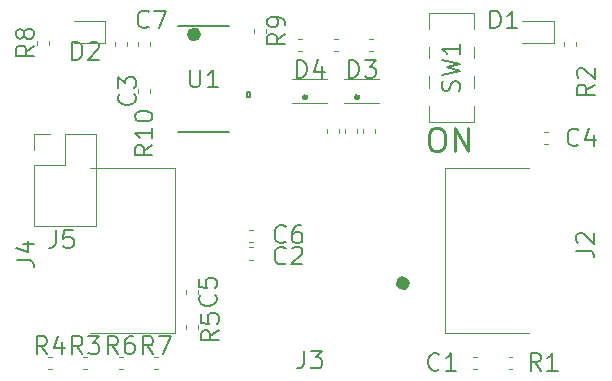
<source format=gbr>
%TF.GenerationSoftware,KiCad,Pcbnew,5.1.7-a382d34a8~88~ubuntu20.04.1*%
%TF.CreationDate,2020-12-12T08:47:46-08:00*%
%TF.ProjectId,syzygy-serdes-breakout,73797a79-6779-42d7-9365-726465732d62,rev?*%
%TF.SameCoordinates,Original*%
%TF.FileFunction,Legend,Top*%
%TF.FilePolarity,Positive*%
%FSLAX46Y46*%
G04 Gerber Fmt 4.6, Leading zero omitted, Abs format (unit mm)*
G04 Created by KiCad (PCBNEW 5.1.7-a382d34a8~88~ubuntu20.04.1) date 2020-12-12 08:47:46*
%MOMM*%
%LPD*%
G01*
G04 APERTURE LIST*
%ADD10C,0.600000*%
%ADD11C,0.250000*%
%ADD12C,0.120000*%
%ADD13C,0.300000*%
%ADD14C,0.152400*%
%ADD15C,1.000000*%
%ADD16C,0.200000*%
G04 APERTURE END LIST*
D10*
X90500000Y-95200000D02*
G75*
G03*
X90500000Y-95200000I-300000J0D01*
G01*
D11*
X110561904Y-103104761D02*
X110942857Y-103104761D01*
X111133333Y-103200000D01*
X111323809Y-103390476D01*
X111419047Y-103771428D01*
X111419047Y-104438095D01*
X111323809Y-104819047D01*
X111133333Y-105009523D01*
X110942857Y-105104761D01*
X110561904Y-105104761D01*
X110371428Y-105009523D01*
X110180952Y-104819047D01*
X110085714Y-104438095D01*
X110085714Y-103771428D01*
X110180952Y-103390476D01*
X110371428Y-103200000D01*
X110561904Y-103104761D01*
X112276190Y-105104761D02*
X112276190Y-103104761D01*
X113419047Y-105104761D01*
X113419047Y-103104761D01*
D12*
%TO.C,R16*%
X105362779Y-96610000D02*
X105037221Y-96610000D01*
X105362779Y-95590000D02*
X105037221Y-95590000D01*
%TO.C,R15*%
X102362779Y-96610000D02*
X102037221Y-96610000D01*
X102362779Y-95590000D02*
X102037221Y-95590000D01*
%TO.C,R14*%
X99362779Y-96610000D02*
X99037221Y-96610000D01*
X99362779Y-95590000D02*
X99037221Y-95590000D01*
%TO.C,R13*%
X105510000Y-103237221D02*
X105510000Y-103562779D01*
X104490000Y-103237221D02*
X104490000Y-103562779D01*
%TO.C,R12*%
X104010000Y-103237221D02*
X104010000Y-103562779D01*
X102990000Y-103237221D02*
X102990000Y-103562779D01*
%TO.C,R11*%
X102510000Y-103237221D02*
X102510000Y-103562779D01*
X101490000Y-103237221D02*
X101490000Y-103562779D01*
%TO.C,D4*%
X100000000Y-101000000D02*
X101500000Y-101000000D01*
X100000000Y-101000000D02*
X98500000Y-101000000D01*
X101500000Y-99000000D02*
X98500000Y-99000000D01*
D13*
X99741421Y-100500000D02*
G75*
G03*
X99741421Y-100500000I-141421J0D01*
G01*
D12*
%TO.C,D3*%
X104400000Y-101000000D02*
X105900000Y-101000000D01*
X104400000Y-101000000D02*
X102900000Y-101000000D01*
X105900000Y-99000000D02*
X102900000Y-99000000D01*
D13*
X104141421Y-100500000D02*
G75*
G03*
X104141421Y-100500000I-141421J0D01*
G01*
D12*
%TO.C,R10*%
X85490000Y-99837221D02*
X85490000Y-100162779D01*
X86510000Y-99837221D02*
X86510000Y-100162779D01*
%TO.C,D2*%
X80000000Y-95960000D02*
X82685000Y-95960000D01*
X82685000Y-95960000D02*
X82685000Y-94040000D01*
X82685000Y-94040000D02*
X80000000Y-94040000D01*
%TO.C,C7*%
X85490000Y-95837221D02*
X85490000Y-96162779D01*
X86510000Y-95837221D02*
X86510000Y-96162779D01*
D14*
%TO.C,U1*%
X88879100Y-103495800D02*
X93120900Y-103495800D01*
X93120900Y-94504200D02*
X88879100Y-94504200D01*
X94962400Y-100079500D02*
X94962400Y-100460500D01*
X94962400Y-100460500D02*
X94708400Y-100460500D01*
X94708400Y-100460500D02*
X94708400Y-100079500D01*
X94708400Y-100079500D02*
X94962400Y-100079500D01*
D12*
%TO.C,R9*%
X95290000Y-94737221D02*
X95290000Y-95062779D01*
X96310000Y-94737221D02*
X96310000Y-95062779D01*
%TO.C,R8*%
X77910000Y-96062779D02*
X77910000Y-95737221D01*
X76890000Y-96062779D02*
X76890000Y-95737221D01*
%TO.C,J5*%
X76670000Y-103670000D02*
X78000000Y-103670000D01*
X76670000Y-105000000D02*
X76670000Y-103670000D01*
X79270000Y-103670000D02*
X81870000Y-103670000D01*
X79270000Y-106270000D02*
X79270000Y-103670000D01*
X76670000Y-106270000D02*
X79270000Y-106270000D01*
X81870000Y-103670000D02*
X81870000Y-111410000D01*
X76670000Y-106270000D02*
X76670000Y-111410000D01*
X76670000Y-111410000D02*
X81870000Y-111410000D01*
%TO.C,C6*%
X94837221Y-112760000D02*
X95162779Y-112760000D01*
X94837221Y-111740000D02*
X95162779Y-111740000D01*
%TO.C,SW1*%
X110090000Y-93390000D02*
X113910000Y-93390000D01*
X110090000Y-101260000D02*
X110090000Y-102610000D01*
X110090000Y-102610000D02*
X113910000Y-102610000D01*
X113910000Y-102610000D02*
X113910000Y-101260000D01*
X110090000Y-98760000D02*
X110090000Y-99740000D01*
X110090000Y-93390000D02*
X110090000Y-94740000D01*
X113910000Y-93390000D02*
X113910000Y-94740000D01*
X110090000Y-96260000D02*
X110090000Y-97240000D01*
X113910000Y-98760000D02*
X113910000Y-99740000D01*
X113910000Y-96260000D02*
X113910000Y-97240000D01*
%TO.C,R7*%
X86837221Y-122490000D02*
X87162779Y-122490000D01*
X86837221Y-123510000D02*
X87162779Y-123510000D01*
%TO.C,R6*%
X83837221Y-122490000D02*
X84162779Y-122490000D01*
X83837221Y-123510000D02*
X84162779Y-123510000D01*
%TO.C,R5*%
X89490000Y-120162779D02*
X89490000Y-119837221D01*
X90510000Y-120162779D02*
X90510000Y-119837221D01*
%TO.C,R4*%
X78162779Y-123510000D02*
X77837221Y-123510000D01*
X78162779Y-122490000D02*
X77837221Y-122490000D01*
%TO.C,R3*%
X81162779Y-123510000D02*
X80837221Y-123510000D01*
X81162779Y-122490000D02*
X80837221Y-122490000D01*
%TO.C,R2*%
X122510000Y-95837221D02*
X122510000Y-96162779D01*
X121490000Y-95837221D02*
X121490000Y-96162779D01*
%TO.C,R1*%
X117162779Y-123510000D02*
X116837221Y-123510000D01*
X117162779Y-122490000D02*
X116837221Y-122490000D01*
%TO.C,J4*%
X88560000Y-106540000D02*
X87850000Y-106540000D01*
X88560000Y-120460000D02*
X87850000Y-120460000D01*
X88560000Y-106540000D02*
X88560000Y-120460000D01*
X81400000Y-120460000D02*
X87850000Y-120460000D01*
X81400000Y-106540000D02*
X87850000Y-106540000D01*
D15*
%TO.C,J3*%
X107960000Y-116260000D02*
G75*
G03*
X107960000Y-116260000I-100000J0D01*
G01*
D12*
%TO.C,J2*%
X111440000Y-120460000D02*
X112150000Y-120460000D01*
X111440000Y-106540000D02*
X112150000Y-106540000D01*
X111440000Y-120460000D02*
X111440000Y-106540000D01*
X118600000Y-106540000D02*
X112150000Y-106540000D01*
X118600000Y-120460000D02*
X112150000Y-120460000D01*
%TO.C,D1*%
X120685000Y-94040000D02*
X118000000Y-94040000D01*
X120685000Y-95960000D02*
X120685000Y-94040000D01*
X118000000Y-95960000D02*
X120685000Y-95960000D01*
%TO.C,C5*%
X90510000Y-116837221D02*
X90510000Y-117162779D01*
X89490000Y-116837221D02*
X89490000Y-117162779D01*
%TO.C,C4*%
X119837221Y-103490000D02*
X120162779Y-103490000D01*
X119837221Y-104510000D02*
X120162779Y-104510000D01*
%TO.C,C3*%
X84510000Y-95837221D02*
X84510000Y-96162779D01*
X83490000Y-95837221D02*
X83490000Y-96162779D01*
%TO.C,C2*%
X94837221Y-113240000D02*
X95162779Y-113240000D01*
X94837221Y-114260000D02*
X95162779Y-114260000D01*
%TO.C,C1*%
X113837221Y-122490000D02*
X114162779Y-122490000D01*
X113837221Y-123510000D02*
X114162779Y-123510000D01*
%TO.C,D4*%
D16*
X98892857Y-98878571D02*
X98892857Y-97378571D01*
X99250000Y-97378571D01*
X99464285Y-97450000D01*
X99607142Y-97592857D01*
X99678571Y-97735714D01*
X99750000Y-98021428D01*
X99750000Y-98235714D01*
X99678571Y-98521428D01*
X99607142Y-98664285D01*
X99464285Y-98807142D01*
X99250000Y-98878571D01*
X98892857Y-98878571D01*
X101035714Y-97878571D02*
X101035714Y-98878571D01*
X100678571Y-97307142D02*
X100321428Y-98378571D01*
X101250000Y-98378571D01*
%TO.C,D3*%
X103292857Y-98878571D02*
X103292857Y-97378571D01*
X103650000Y-97378571D01*
X103864285Y-97450000D01*
X104007142Y-97592857D01*
X104078571Y-97735714D01*
X104150000Y-98021428D01*
X104150000Y-98235714D01*
X104078571Y-98521428D01*
X104007142Y-98664285D01*
X103864285Y-98807142D01*
X103650000Y-98878571D01*
X103292857Y-98878571D01*
X104650000Y-97378571D02*
X105578571Y-97378571D01*
X105078571Y-97950000D01*
X105292857Y-97950000D01*
X105435714Y-98021428D01*
X105507142Y-98092857D01*
X105578571Y-98235714D01*
X105578571Y-98592857D01*
X105507142Y-98735714D01*
X105435714Y-98807142D01*
X105292857Y-98878571D01*
X104864285Y-98878571D01*
X104721428Y-98807142D01*
X104650000Y-98735714D01*
%TO.C,R10*%
X86678571Y-104564285D02*
X85964285Y-105064285D01*
X86678571Y-105421428D02*
X85178571Y-105421428D01*
X85178571Y-104850000D01*
X85250000Y-104707142D01*
X85321428Y-104635714D01*
X85464285Y-104564285D01*
X85678571Y-104564285D01*
X85821428Y-104635714D01*
X85892857Y-104707142D01*
X85964285Y-104850000D01*
X85964285Y-105421428D01*
X86678571Y-103135714D02*
X86678571Y-103992857D01*
X86678571Y-103564285D02*
X85178571Y-103564285D01*
X85392857Y-103707142D01*
X85535714Y-103850000D01*
X85607142Y-103992857D01*
X85178571Y-102207142D02*
X85178571Y-102064285D01*
X85250000Y-101921428D01*
X85321428Y-101850000D01*
X85464285Y-101778571D01*
X85750000Y-101707142D01*
X86107142Y-101707142D01*
X86392857Y-101778571D01*
X86535714Y-101850000D01*
X86607142Y-101921428D01*
X86678571Y-102064285D01*
X86678571Y-102207142D01*
X86607142Y-102350000D01*
X86535714Y-102421428D01*
X86392857Y-102492857D01*
X86107142Y-102564285D01*
X85750000Y-102564285D01*
X85464285Y-102492857D01*
X85321428Y-102421428D01*
X85250000Y-102350000D01*
X85178571Y-102207142D01*
%TO.C,D2*%
X79892857Y-97328571D02*
X79892857Y-95828571D01*
X80250000Y-95828571D01*
X80464285Y-95900000D01*
X80607142Y-96042857D01*
X80678571Y-96185714D01*
X80750000Y-96471428D01*
X80750000Y-96685714D01*
X80678571Y-96971428D01*
X80607142Y-97114285D01*
X80464285Y-97257142D01*
X80250000Y-97328571D01*
X79892857Y-97328571D01*
X81321428Y-95971428D02*
X81392857Y-95900000D01*
X81535714Y-95828571D01*
X81892857Y-95828571D01*
X82035714Y-95900000D01*
X82107142Y-95971428D01*
X82178571Y-96114285D01*
X82178571Y-96257142D01*
X82107142Y-96471428D01*
X81250000Y-97328571D01*
X82178571Y-97328571D01*
%TO.C,C7*%
X86350000Y-94535714D02*
X86278571Y-94607142D01*
X86064285Y-94678571D01*
X85921428Y-94678571D01*
X85707142Y-94607142D01*
X85564285Y-94464285D01*
X85492857Y-94321428D01*
X85421428Y-94035714D01*
X85421428Y-93821428D01*
X85492857Y-93535714D01*
X85564285Y-93392857D01*
X85707142Y-93250000D01*
X85921428Y-93178571D01*
X86064285Y-93178571D01*
X86278571Y-93250000D01*
X86350000Y-93321428D01*
X86850000Y-93178571D02*
X87850000Y-93178571D01*
X87207142Y-94678571D01*
%TO.C,U1*%
X89857142Y-98178571D02*
X89857142Y-99392857D01*
X89928571Y-99535714D01*
X90000000Y-99607142D01*
X90142857Y-99678571D01*
X90428571Y-99678571D01*
X90571428Y-99607142D01*
X90642857Y-99535714D01*
X90714285Y-99392857D01*
X90714285Y-98178571D01*
X92214285Y-99678571D02*
X91357142Y-99678571D01*
X91785714Y-99678571D02*
X91785714Y-98178571D01*
X91642857Y-98392857D01*
X91500000Y-98535714D01*
X91357142Y-98607142D01*
%TO.C,R9*%
X97908571Y-95150000D02*
X97194285Y-95650000D01*
X97908571Y-96007142D02*
X96408571Y-96007142D01*
X96408571Y-95435714D01*
X96480000Y-95292857D01*
X96551428Y-95221428D01*
X96694285Y-95150000D01*
X96908571Y-95150000D01*
X97051428Y-95221428D01*
X97122857Y-95292857D01*
X97194285Y-95435714D01*
X97194285Y-96007142D01*
X97908571Y-94435714D02*
X97908571Y-94150000D01*
X97837142Y-94007142D01*
X97765714Y-93935714D01*
X97551428Y-93792857D01*
X97265714Y-93721428D01*
X96694285Y-93721428D01*
X96551428Y-93792857D01*
X96480000Y-93864285D01*
X96408571Y-94007142D01*
X96408571Y-94292857D01*
X96480000Y-94435714D01*
X96551428Y-94507142D01*
X96694285Y-94578571D01*
X97051428Y-94578571D01*
X97194285Y-94507142D01*
X97265714Y-94435714D01*
X97337142Y-94292857D01*
X97337142Y-94007142D01*
X97265714Y-93864285D01*
X97194285Y-93792857D01*
X97051428Y-93721428D01*
%TO.C,R8*%
X76648571Y-96150000D02*
X75934285Y-96650000D01*
X76648571Y-97007142D02*
X75148571Y-97007142D01*
X75148571Y-96435714D01*
X75220000Y-96292857D01*
X75291428Y-96221428D01*
X75434285Y-96150000D01*
X75648571Y-96150000D01*
X75791428Y-96221428D01*
X75862857Y-96292857D01*
X75934285Y-96435714D01*
X75934285Y-97007142D01*
X75791428Y-95292857D02*
X75720000Y-95435714D01*
X75648571Y-95507142D01*
X75505714Y-95578571D01*
X75434285Y-95578571D01*
X75291428Y-95507142D01*
X75220000Y-95435714D01*
X75148571Y-95292857D01*
X75148571Y-95007142D01*
X75220000Y-94864285D01*
X75291428Y-94792857D01*
X75434285Y-94721428D01*
X75505714Y-94721428D01*
X75648571Y-94792857D01*
X75720000Y-94864285D01*
X75791428Y-95007142D01*
X75791428Y-95292857D01*
X75862857Y-95435714D01*
X75934285Y-95507142D01*
X76077142Y-95578571D01*
X76362857Y-95578571D01*
X76505714Y-95507142D01*
X76577142Y-95435714D01*
X76648571Y-95292857D01*
X76648571Y-95007142D01*
X76577142Y-94864285D01*
X76505714Y-94792857D01*
X76362857Y-94721428D01*
X76077142Y-94721428D01*
X75934285Y-94792857D01*
X75862857Y-94864285D01*
X75791428Y-95007142D01*
%TO.C,J5*%
X78500000Y-111778571D02*
X78500000Y-112850000D01*
X78428571Y-113064285D01*
X78285714Y-113207142D01*
X78071428Y-113278571D01*
X77928571Y-113278571D01*
X79928571Y-111778571D02*
X79214285Y-111778571D01*
X79142857Y-112492857D01*
X79214285Y-112421428D01*
X79357142Y-112350000D01*
X79714285Y-112350000D01*
X79857142Y-112421428D01*
X79928571Y-112492857D01*
X80000000Y-112635714D01*
X80000000Y-112992857D01*
X79928571Y-113135714D01*
X79857142Y-113207142D01*
X79714285Y-113278571D01*
X79357142Y-113278571D01*
X79214285Y-113207142D01*
X79142857Y-113135714D01*
%TO.C,C6*%
X97950000Y-112735714D02*
X97878571Y-112807142D01*
X97664285Y-112878571D01*
X97521428Y-112878571D01*
X97307142Y-112807142D01*
X97164285Y-112664285D01*
X97092857Y-112521428D01*
X97021428Y-112235714D01*
X97021428Y-112021428D01*
X97092857Y-111735714D01*
X97164285Y-111592857D01*
X97307142Y-111450000D01*
X97521428Y-111378571D01*
X97664285Y-111378571D01*
X97878571Y-111450000D01*
X97950000Y-111521428D01*
X99235714Y-111378571D02*
X98950000Y-111378571D01*
X98807142Y-111450000D01*
X98735714Y-111521428D01*
X98592857Y-111735714D01*
X98521428Y-112021428D01*
X98521428Y-112592857D01*
X98592857Y-112735714D01*
X98664285Y-112807142D01*
X98807142Y-112878571D01*
X99092857Y-112878571D01*
X99235714Y-112807142D01*
X99307142Y-112735714D01*
X99378571Y-112592857D01*
X99378571Y-112235714D01*
X99307142Y-112092857D01*
X99235714Y-112021428D01*
X99092857Y-111950000D01*
X98807142Y-111950000D01*
X98664285Y-112021428D01*
X98592857Y-112092857D01*
X98521428Y-112235714D01*
%TO.C,SW1*%
X112607142Y-100000000D02*
X112678571Y-99785714D01*
X112678571Y-99428571D01*
X112607142Y-99285714D01*
X112535714Y-99214285D01*
X112392857Y-99142857D01*
X112250000Y-99142857D01*
X112107142Y-99214285D01*
X112035714Y-99285714D01*
X111964285Y-99428571D01*
X111892857Y-99714285D01*
X111821428Y-99857142D01*
X111750000Y-99928571D01*
X111607142Y-100000000D01*
X111464285Y-100000000D01*
X111321428Y-99928571D01*
X111250000Y-99857142D01*
X111178571Y-99714285D01*
X111178571Y-99357142D01*
X111250000Y-99142857D01*
X111178571Y-98642857D02*
X112678571Y-98285714D01*
X111607142Y-98000000D01*
X112678571Y-97714285D01*
X111178571Y-97357142D01*
X112678571Y-96000000D02*
X112678571Y-96857142D01*
X112678571Y-96428571D02*
X111178571Y-96428571D01*
X111392857Y-96571428D01*
X111535714Y-96714285D01*
X111607142Y-96857142D01*
%TO.C,R7*%
X86750000Y-122248571D02*
X86250000Y-121534285D01*
X85892857Y-122248571D02*
X85892857Y-120748571D01*
X86464285Y-120748571D01*
X86607142Y-120820000D01*
X86678571Y-120891428D01*
X86750000Y-121034285D01*
X86750000Y-121248571D01*
X86678571Y-121391428D01*
X86607142Y-121462857D01*
X86464285Y-121534285D01*
X85892857Y-121534285D01*
X87250000Y-120748571D02*
X88250000Y-120748571D01*
X87607142Y-122248571D01*
%TO.C,R6*%
X83750000Y-122248571D02*
X83250000Y-121534285D01*
X82892857Y-122248571D02*
X82892857Y-120748571D01*
X83464285Y-120748571D01*
X83607142Y-120820000D01*
X83678571Y-120891428D01*
X83750000Y-121034285D01*
X83750000Y-121248571D01*
X83678571Y-121391428D01*
X83607142Y-121462857D01*
X83464285Y-121534285D01*
X82892857Y-121534285D01*
X85035714Y-120748571D02*
X84750000Y-120748571D01*
X84607142Y-120820000D01*
X84535714Y-120891428D01*
X84392857Y-121105714D01*
X84321428Y-121391428D01*
X84321428Y-121962857D01*
X84392857Y-122105714D01*
X84464285Y-122177142D01*
X84607142Y-122248571D01*
X84892857Y-122248571D01*
X85035714Y-122177142D01*
X85107142Y-122105714D01*
X85178571Y-121962857D01*
X85178571Y-121605714D01*
X85107142Y-121462857D01*
X85035714Y-121391428D01*
X84892857Y-121320000D01*
X84607142Y-121320000D01*
X84464285Y-121391428D01*
X84392857Y-121462857D01*
X84321428Y-121605714D01*
%TO.C,R5*%
X92278571Y-120250000D02*
X91564285Y-120750000D01*
X92278571Y-121107142D02*
X90778571Y-121107142D01*
X90778571Y-120535714D01*
X90850000Y-120392857D01*
X90921428Y-120321428D01*
X91064285Y-120250000D01*
X91278571Y-120250000D01*
X91421428Y-120321428D01*
X91492857Y-120392857D01*
X91564285Y-120535714D01*
X91564285Y-121107142D01*
X90778571Y-118892857D02*
X90778571Y-119607142D01*
X91492857Y-119678571D01*
X91421428Y-119607142D01*
X91350000Y-119464285D01*
X91350000Y-119107142D01*
X91421428Y-118964285D01*
X91492857Y-118892857D01*
X91635714Y-118821428D01*
X91992857Y-118821428D01*
X92135714Y-118892857D01*
X92207142Y-118964285D01*
X92278571Y-119107142D01*
X92278571Y-119464285D01*
X92207142Y-119607142D01*
X92135714Y-119678571D01*
%TO.C,R4*%
X77750000Y-122278571D02*
X77250000Y-121564285D01*
X76892857Y-122278571D02*
X76892857Y-120778571D01*
X77464285Y-120778571D01*
X77607142Y-120850000D01*
X77678571Y-120921428D01*
X77750000Y-121064285D01*
X77750000Y-121278571D01*
X77678571Y-121421428D01*
X77607142Y-121492857D01*
X77464285Y-121564285D01*
X76892857Y-121564285D01*
X79035714Y-121278571D02*
X79035714Y-122278571D01*
X78678571Y-120707142D02*
X78321428Y-121778571D01*
X79250000Y-121778571D01*
%TO.C,R3*%
X80750000Y-122278571D02*
X80250000Y-121564285D01*
X79892857Y-122278571D02*
X79892857Y-120778571D01*
X80464285Y-120778571D01*
X80607142Y-120850000D01*
X80678571Y-120921428D01*
X80750000Y-121064285D01*
X80750000Y-121278571D01*
X80678571Y-121421428D01*
X80607142Y-121492857D01*
X80464285Y-121564285D01*
X79892857Y-121564285D01*
X81250000Y-120778571D02*
X82178571Y-120778571D01*
X81678571Y-121350000D01*
X81892857Y-121350000D01*
X82035714Y-121421428D01*
X82107142Y-121492857D01*
X82178571Y-121635714D01*
X82178571Y-121992857D01*
X82107142Y-122135714D01*
X82035714Y-122207142D01*
X81892857Y-122278571D01*
X81464285Y-122278571D01*
X81321428Y-122207142D01*
X81250000Y-122135714D01*
%TO.C,R2*%
X124108571Y-99450000D02*
X123394285Y-99950000D01*
X124108571Y-100307142D02*
X122608571Y-100307142D01*
X122608571Y-99735714D01*
X122680000Y-99592857D01*
X122751428Y-99521428D01*
X122894285Y-99450000D01*
X123108571Y-99450000D01*
X123251428Y-99521428D01*
X123322857Y-99592857D01*
X123394285Y-99735714D01*
X123394285Y-100307142D01*
X122751428Y-98878571D02*
X122680000Y-98807142D01*
X122608571Y-98664285D01*
X122608571Y-98307142D01*
X122680000Y-98164285D01*
X122751428Y-98092857D01*
X122894285Y-98021428D01*
X123037142Y-98021428D01*
X123251428Y-98092857D01*
X124108571Y-98950000D01*
X124108571Y-98021428D01*
%TO.C,R1*%
X119550000Y-123678571D02*
X119050000Y-122964285D01*
X118692857Y-123678571D02*
X118692857Y-122178571D01*
X119264285Y-122178571D01*
X119407142Y-122250000D01*
X119478571Y-122321428D01*
X119550000Y-122464285D01*
X119550000Y-122678571D01*
X119478571Y-122821428D01*
X119407142Y-122892857D01*
X119264285Y-122964285D01*
X118692857Y-122964285D01*
X120978571Y-123678571D02*
X120121428Y-123678571D01*
X120550000Y-123678571D02*
X120550000Y-122178571D01*
X120407142Y-122392857D01*
X120264285Y-122535714D01*
X120121428Y-122607142D01*
%TO.C,J4*%
X75178571Y-114300000D02*
X76250000Y-114300000D01*
X76464285Y-114371428D01*
X76607142Y-114514285D01*
X76678571Y-114728571D01*
X76678571Y-114871428D01*
X75678571Y-112942857D02*
X76678571Y-112942857D01*
X75107142Y-113300000D02*
X76178571Y-113657142D01*
X76178571Y-112728571D01*
%TO.C,J3*%
X99500000Y-121978571D02*
X99500000Y-123050000D01*
X99428571Y-123264285D01*
X99285714Y-123407142D01*
X99071428Y-123478571D01*
X98928571Y-123478571D01*
X100071428Y-121978571D02*
X101000000Y-121978571D01*
X100500000Y-122550000D01*
X100714285Y-122550000D01*
X100857142Y-122621428D01*
X100928571Y-122692857D01*
X101000000Y-122835714D01*
X101000000Y-123192857D01*
X100928571Y-123335714D01*
X100857142Y-123407142D01*
X100714285Y-123478571D01*
X100285714Y-123478571D01*
X100142857Y-123407142D01*
X100071428Y-123335714D01*
%TO.C,J2*%
X122578571Y-113500000D02*
X123650000Y-113500000D01*
X123864285Y-113571428D01*
X124007142Y-113714285D01*
X124078571Y-113928571D01*
X124078571Y-114071428D01*
X122721428Y-112857142D02*
X122650000Y-112785714D01*
X122578571Y-112642857D01*
X122578571Y-112285714D01*
X122650000Y-112142857D01*
X122721428Y-112071428D01*
X122864285Y-112000000D01*
X123007142Y-112000000D01*
X123221428Y-112071428D01*
X124078571Y-112928571D01*
X124078571Y-112000000D01*
%TO.C,D1*%
X115292857Y-94678571D02*
X115292857Y-93178571D01*
X115650000Y-93178571D01*
X115864285Y-93250000D01*
X116007142Y-93392857D01*
X116078571Y-93535714D01*
X116150000Y-93821428D01*
X116150000Y-94035714D01*
X116078571Y-94321428D01*
X116007142Y-94464285D01*
X115864285Y-94607142D01*
X115650000Y-94678571D01*
X115292857Y-94678571D01*
X117578571Y-94678571D02*
X116721428Y-94678571D01*
X117150000Y-94678571D02*
X117150000Y-93178571D01*
X117007142Y-93392857D01*
X116864285Y-93535714D01*
X116721428Y-93607142D01*
%TO.C,C5*%
X91965714Y-117250000D02*
X92037142Y-117321428D01*
X92108571Y-117535714D01*
X92108571Y-117678571D01*
X92037142Y-117892857D01*
X91894285Y-118035714D01*
X91751428Y-118107142D01*
X91465714Y-118178571D01*
X91251428Y-118178571D01*
X90965714Y-118107142D01*
X90822857Y-118035714D01*
X90680000Y-117892857D01*
X90608571Y-117678571D01*
X90608571Y-117535714D01*
X90680000Y-117321428D01*
X90751428Y-117250000D01*
X90608571Y-115892857D02*
X90608571Y-116607142D01*
X91322857Y-116678571D01*
X91251428Y-116607142D01*
X91180000Y-116464285D01*
X91180000Y-116107142D01*
X91251428Y-115964285D01*
X91322857Y-115892857D01*
X91465714Y-115821428D01*
X91822857Y-115821428D01*
X91965714Y-115892857D01*
X92037142Y-115964285D01*
X92108571Y-116107142D01*
X92108571Y-116464285D01*
X92037142Y-116607142D01*
X91965714Y-116678571D01*
%TO.C,C4*%
X122750000Y-104535714D02*
X122678571Y-104607142D01*
X122464285Y-104678571D01*
X122321428Y-104678571D01*
X122107142Y-104607142D01*
X121964285Y-104464285D01*
X121892857Y-104321428D01*
X121821428Y-104035714D01*
X121821428Y-103821428D01*
X121892857Y-103535714D01*
X121964285Y-103392857D01*
X122107142Y-103250000D01*
X122321428Y-103178571D01*
X122464285Y-103178571D01*
X122678571Y-103250000D01*
X122750000Y-103321428D01*
X124035714Y-103678571D02*
X124035714Y-104678571D01*
X123678571Y-103107142D02*
X123321428Y-104178571D01*
X124250000Y-104178571D01*
%TO.C,C3*%
X85135714Y-100250000D02*
X85207142Y-100321428D01*
X85278571Y-100535714D01*
X85278571Y-100678571D01*
X85207142Y-100892857D01*
X85064285Y-101035714D01*
X84921428Y-101107142D01*
X84635714Y-101178571D01*
X84421428Y-101178571D01*
X84135714Y-101107142D01*
X83992857Y-101035714D01*
X83850000Y-100892857D01*
X83778571Y-100678571D01*
X83778571Y-100535714D01*
X83850000Y-100321428D01*
X83921428Y-100250000D01*
X83778571Y-99750000D02*
X83778571Y-98821428D01*
X84350000Y-99321428D01*
X84350000Y-99107142D01*
X84421428Y-98964285D01*
X84492857Y-98892857D01*
X84635714Y-98821428D01*
X84992857Y-98821428D01*
X85135714Y-98892857D01*
X85207142Y-98964285D01*
X85278571Y-99107142D01*
X85278571Y-99535714D01*
X85207142Y-99678571D01*
X85135714Y-99750000D01*
%TO.C,C2*%
X97950000Y-114535714D02*
X97878571Y-114607142D01*
X97664285Y-114678571D01*
X97521428Y-114678571D01*
X97307142Y-114607142D01*
X97164285Y-114464285D01*
X97092857Y-114321428D01*
X97021428Y-114035714D01*
X97021428Y-113821428D01*
X97092857Y-113535714D01*
X97164285Y-113392857D01*
X97307142Y-113250000D01*
X97521428Y-113178571D01*
X97664285Y-113178571D01*
X97878571Y-113250000D01*
X97950000Y-113321428D01*
X98521428Y-113321428D02*
X98592857Y-113250000D01*
X98735714Y-113178571D01*
X99092857Y-113178571D01*
X99235714Y-113250000D01*
X99307142Y-113321428D01*
X99378571Y-113464285D01*
X99378571Y-113607142D01*
X99307142Y-113821428D01*
X98450000Y-114678571D01*
X99378571Y-114678571D01*
%TO.C,C1*%
X110950000Y-123535714D02*
X110878571Y-123607142D01*
X110664285Y-123678571D01*
X110521428Y-123678571D01*
X110307142Y-123607142D01*
X110164285Y-123464285D01*
X110092857Y-123321428D01*
X110021428Y-123035714D01*
X110021428Y-122821428D01*
X110092857Y-122535714D01*
X110164285Y-122392857D01*
X110307142Y-122250000D01*
X110521428Y-122178571D01*
X110664285Y-122178571D01*
X110878571Y-122250000D01*
X110950000Y-122321428D01*
X112378571Y-123678571D02*
X111521428Y-123678571D01*
X111950000Y-123678571D02*
X111950000Y-122178571D01*
X111807142Y-122392857D01*
X111664285Y-122535714D01*
X111521428Y-122607142D01*
%TD*%
M02*

</source>
